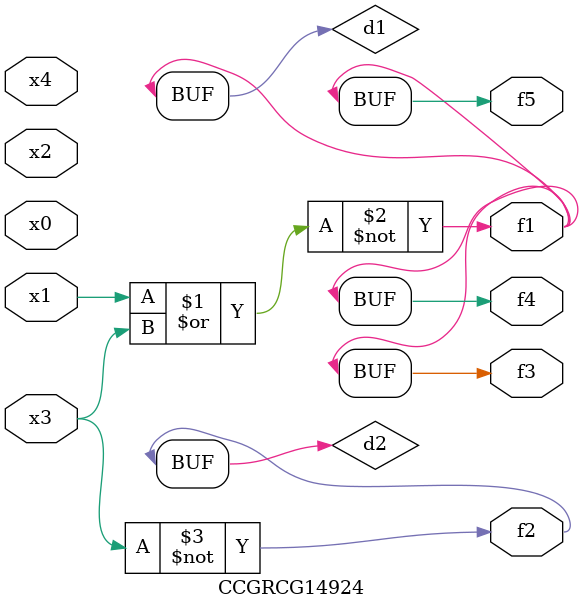
<source format=v>
module CCGRCG14924(
	input x0, x1, x2, x3, x4,
	output f1, f2, f3, f4, f5
);

	wire d1, d2;

	nor (d1, x1, x3);
	not (d2, x3);
	assign f1 = d1;
	assign f2 = d2;
	assign f3 = d1;
	assign f4 = d1;
	assign f5 = d1;
endmodule

</source>
